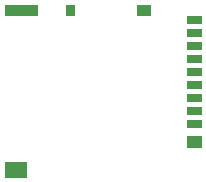
<source format=gbr>
G04 start of page 15 for group -4015 idx -4015 *
G04 Title: (unknown), toppaste *
G04 Creator: pcb 20110918 *
G04 CreationDate: Sat 31 Dec 2011 12:16:43 AM GMT UTC *
G04 For: andy *
G04 Format: Gerber/RS-274X *
G04 PCB-Dimensions: 346457 244094 *
G04 PCB-Coordinate-Origin: lower left *
%MOIN*%
%FSLAX25Y25*%
%LNTOPPASTE*%
%ADD248R,0.0512X0.0512*%
%ADD247R,0.0394X0.0394*%
%ADD246R,0.0315X0.0315*%
%ADD245R,0.0276X0.0276*%
G54D245*X65787Y178662D02*X67756D01*
X65787Y182992D02*X67756D01*
X65787Y187323D02*X67756D01*
X65787Y191654D02*X67756D01*
X65787Y195985D02*X67756D01*
X65787Y200315D02*X67756D01*
X65787Y204646D02*X67756D01*
X65787Y208977D02*X67756D01*
X65787Y213308D02*X67756D01*
G54D246*X25433Y216850D02*Y216064D01*
G54D247*X49449Y216457D02*X50237D01*
X5551Y216456D02*X12639D01*
G54D248*X6140Y163307D02*X8503D01*
G54D247*X66378Y172560D02*X67166D01*
M02*

</source>
